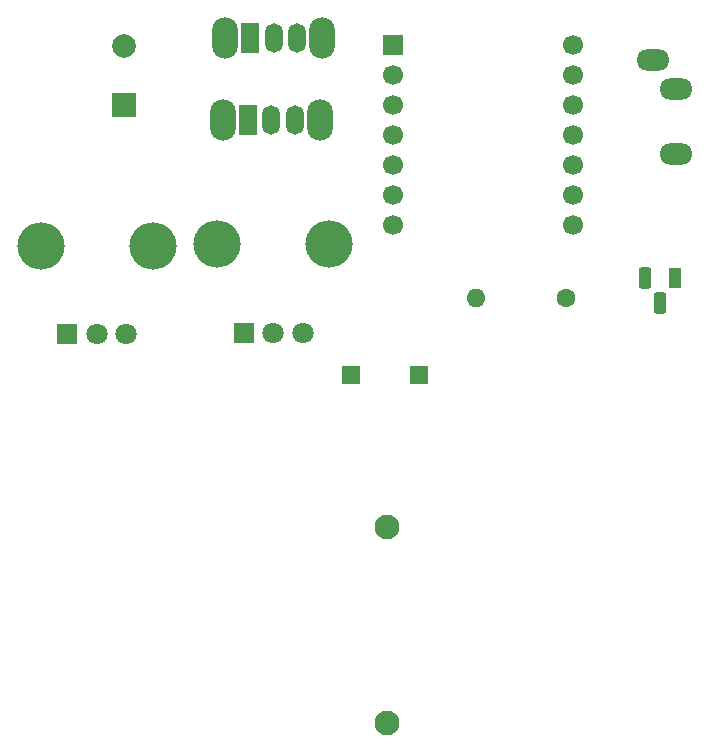
<source format=gbr>
%TF.GenerationSoftware,KiCad,Pcbnew,8.0.5*%
%TF.CreationDate,2025-07-21T17:16:39-07:00*%
%TF.ProjectId,Penguin_Paddle,50656e67-7569-46e5-9f50-6164646c652e, 4*%
%TF.SameCoordinates,Original*%
%TF.FileFunction,Soldermask,Bot*%
%TF.FilePolarity,Negative*%
%FSLAX46Y46*%
G04 Gerber Fmt 4.6, Leading zero omitted, Abs format (unit mm)*
G04 Created by KiCad (PCBNEW 8.0.5) date 2025-07-21 17:16:39*
%MOMM*%
%LPD*%
G01*
G04 APERTURE LIST*
G04 Aperture macros list*
%AMRoundRect*
0 Rectangle with rounded corners*
0 $1 Rounding radius*
0 $2 $3 $4 $5 $6 $7 $8 $9 X,Y pos of 4 corners*
0 Add a 4 corners polygon primitive as box body*
4,1,4,$2,$3,$4,$5,$6,$7,$8,$9,$2,$3,0*
0 Add four circle primitives for the rounded corners*
1,1,$1+$1,$2,$3*
1,1,$1+$1,$4,$5*
1,1,$1+$1,$6,$7*
1,1,$1+$1,$8,$9*
0 Add four rect primitives between the rounded corners*
20,1,$1+$1,$2,$3,$4,$5,0*
20,1,$1+$1,$4,$5,$6,$7,0*
20,1,$1+$1,$6,$7,$8,$9,0*
20,1,$1+$1,$8,$9,$2,$3,0*%
G04 Aperture macros list end*
%ADD10RoundRect,0.250000X-0.550000X-0.550000X0.550000X-0.550000X0.550000X0.550000X-0.550000X0.550000X0*%
%ADD11R,1.100000X1.800000*%
%ADD12RoundRect,0.275000X0.275000X0.625000X-0.275000X0.625000X-0.275000X-0.625000X0.275000X-0.625000X0*%
%ADD13C,2.100000*%
%ADD14O,4.000000X4.000000*%
%ADD15R,1.800000X1.800000*%
%ADD16C,1.800000*%
%ADD17R,1.700000X1.700000*%
%ADD18C,1.700000*%
%ADD19O,2.800000X1.800000*%
%ADD20R,2.000000X2.000000*%
%ADD21C,2.000000*%
%ADD22C,1.600000*%
%ADD23O,1.600000X1.600000*%
%ADD24O,2.200000X3.500000*%
%ADD25R,1.500000X2.500000*%
%ADD26O,1.500000X2.500000*%
G04 APERTURE END LIST*
D10*
%TO.C,J3*%
X221410000Y-113480000D03*
%TD*%
D11*
%TO.C,Q1*%
X248870000Y-105260000D03*
D12*
X247600000Y-107330000D03*
X246330000Y-105260000D03*
%TD*%
D13*
%TO.C,REF\u002A\u002A*%
X224480000Y-142880000D03*
%TD*%
D14*
%TO.C,RV2*%
X195140000Y-102485000D03*
X204640000Y-102485000D03*
D15*
X197390000Y-109985000D03*
D16*
X199890000Y-109985000D03*
X202390000Y-109985000D03*
%TD*%
D14*
%TO.C,RV1*%
X210080000Y-102355000D03*
X219580000Y-102355000D03*
D15*
X212330000Y-109855000D03*
D16*
X214830000Y-109855000D03*
X217330000Y-109855000D03*
%TD*%
D13*
%TO.C,REF\u002A\u002A*%
X224480000Y-126280000D03*
%TD*%
D17*
%TO.C,U1*%
X224980000Y-85480000D03*
D18*
X224980000Y-88020000D03*
X224980000Y-90560000D03*
X224980000Y-93100000D03*
X224980000Y-95640000D03*
X224980000Y-98180000D03*
X224980000Y-100720000D03*
X240230000Y-100720000D03*
X240230000Y-98180000D03*
X240230000Y-95640000D03*
X240230000Y-93100000D03*
X240230000Y-90560000D03*
X240230000Y-88020000D03*
X240230000Y-85480000D03*
%TD*%
D10*
%TO.C,J1*%
X227170000Y-113460000D03*
%TD*%
D19*
%TO.C,J2*%
X248960000Y-94700000D03*
X246960000Y-86800000D03*
X248960000Y-89200000D03*
%TD*%
D20*
%TO.C,LS1*%
X202170000Y-90580000D03*
D21*
X202170000Y-85580000D03*
%TD*%
D22*
%TO.C,R1*%
X239650000Y-106960000D03*
D23*
X232030000Y-106960000D03*
%TD*%
D24*
%TO.C,SW2*%
X210580000Y-91840000D03*
X218780000Y-91840000D03*
D25*
X212680000Y-91840000D03*
D26*
X214680000Y-91840000D03*
X216680000Y-91840000D03*
%TD*%
D24*
%TO.C,SW1*%
X210770000Y-84910000D03*
X218970000Y-84910000D03*
D25*
X212870000Y-84910000D03*
D26*
X214870000Y-84910000D03*
X216870000Y-84910000D03*
%TD*%
M02*

</source>
